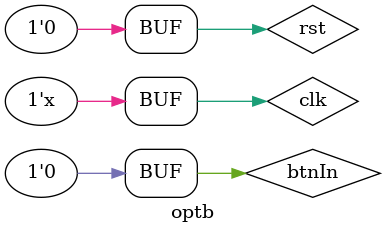
<source format=sv>
`timescale 1ns / 1ps

module optb(
    );

    reg clk = 1;
    reg rst;
    reg btnIn;
    reg pulser;

    onePulser UUT(
        .clk(clk),
        .rst(rst),
        .btnIn(btnIn),
        .pulser(pulser)
    );

    always #1 clk=~clk;

    initial begin
        rst = 1'b1;
        btnIn = 1'b0;
        #2;
        rst = 1'b0;
        #2;
        btnIn = 1'b1;
        #2;
        btnIn = 1'b0;
        #50;
        btnIn = 1'b1;
        #2;
        btnIn = 1'b0;
        #50;
    end






endmodule

</source>
